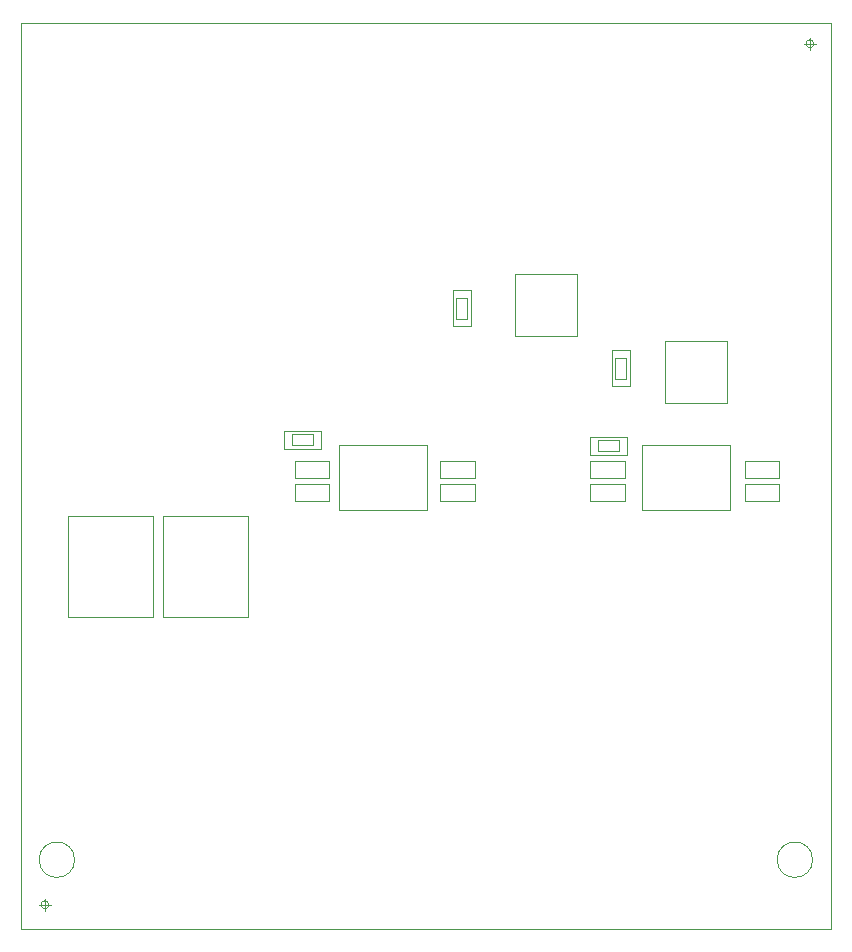
<source format=gbr>
%TF.GenerationSoftware,KiCad,Pcbnew,(5.1.5-0-10_14)*%
%TF.CreationDate,2020-01-10T14:35:19+01:00*%
%TF.ProjectId,adapter_hybrid_assister,61646170-7465-4725-9f68-79627269645f,rev?*%
%TF.SameCoordinates,PX6312cb0PY8accb70*%
%TF.FileFunction,Other,User*%
%FSLAX45Y45*%
G04 Gerber Fmt 4.5, Leading zero omitted, Abs format (unit mm)*
G04 Created by KiCad (PCBNEW (5.1.5-0-10_14)) date 2020-01-10 14:35:19*
%MOMM*%
%LPD*%
G04 APERTURE LIST*
%TA.AperFunction,Profile*%
%ADD10C,0.050000*%
%TD*%
%TA.AperFunction,Profile*%
%ADD11C,0.100000*%
%TD*%
%ADD12C,0.050000*%
%ADD13C,0.001000*%
G04 APERTURE END LIST*
D10*
X6713533Y7493000D02*
G75*
G03X6713533Y7493000I-33333J0D01*
G01*
X6630200Y7493000D02*
X6730200Y7493000D01*
X6680200Y7543000D02*
X6680200Y7443000D01*
X236533Y203200D02*
G75*
G03X236533Y203200I-33333J0D01*
G01*
X153200Y203200D02*
X253200Y203200D01*
X203200Y253200D02*
X203200Y153200D01*
X454800Y584200D02*
G75*
G03X454800Y584200I-150000J0D01*
G01*
X6703200Y584200D02*
G75*
G03X6703200Y584200I-150000J0D01*
G01*
X0Y0D02*
X0Y7670800D01*
X6858000Y7670800D02*
X6858000Y0D01*
D11*
X0Y7670800D02*
X6858000Y7670800D01*
X6858000Y0D02*
X0Y0D01*
D12*
%TO.C,C4*%
X2228800Y4065200D02*
X2228800Y4215200D01*
X2538800Y4065200D02*
X2228800Y4065200D01*
X2538800Y4215200D02*
X2538800Y4065200D01*
X2228800Y4215200D02*
X2538800Y4215200D01*
D13*
X2296300Y4092700D02*
X2296300Y4187700D01*
X2471300Y4092700D02*
X2296300Y4092700D01*
X2471300Y4187700D02*
X2471300Y4092700D01*
X2296300Y4187700D02*
X2471300Y4187700D01*
D12*
%TO.C,C5*%
X4819600Y4014400D02*
X4819600Y4164400D01*
X5129600Y4014400D02*
X4819600Y4014400D01*
X5129600Y4164400D02*
X5129600Y4014400D01*
X4819600Y4164400D02*
X5129600Y4164400D01*
D13*
X4887100Y4041900D02*
X4887100Y4136900D01*
X5062100Y4041900D02*
X4887100Y4041900D01*
X5062100Y4136900D02*
X5062100Y4041900D01*
X4887100Y4136900D02*
X5062100Y4136900D01*
D12*
%TO.C,C7*%
X3658800Y5409000D02*
X3808800Y5409000D01*
X3658800Y5099000D02*
X3658800Y5409000D01*
X3808800Y5099000D02*
X3658800Y5099000D01*
X3808800Y5409000D02*
X3808800Y5099000D01*
D13*
X3686300Y5341500D02*
X3781300Y5341500D01*
X3686300Y5166500D02*
X3686300Y5341500D01*
X3781300Y5166500D02*
X3686300Y5166500D01*
X3781300Y5341500D02*
X3781300Y5166500D01*
D12*
%TO.C,C9*%
X5005000Y4901000D02*
X5155000Y4901000D01*
X5005000Y4591000D02*
X5005000Y4901000D01*
X5155000Y4591000D02*
X5005000Y4591000D01*
X5155000Y4901000D02*
X5155000Y4591000D01*
D13*
X5032500Y4833500D02*
X5127500Y4833500D01*
X5032500Y4658500D02*
X5032500Y4833500D01*
X5127500Y4658500D02*
X5032500Y4658500D01*
X5127500Y4833500D02*
X5127500Y4658500D01*
D12*
%TO.C,U7*%
X4182500Y5020700D02*
X4707500Y5020700D01*
X4182500Y5545700D02*
X4182500Y5020700D01*
X4707500Y5545700D02*
X4182500Y5545700D01*
X4707500Y5020700D02*
X4707500Y5545700D01*
%TO.C,U9*%
X5452500Y4449200D02*
X5977500Y4449200D01*
X5452500Y4974200D02*
X5452500Y4449200D01*
X5977500Y4974200D02*
X5452500Y4974200D01*
X5977500Y4449200D02*
X5977500Y4974200D01*
%TO.C,R41*%
X2613000Y3959200D02*
X2317000Y3959200D01*
X2613000Y3813200D02*
X2613000Y3959200D01*
X2317000Y3813200D02*
X2613000Y3813200D01*
X2317000Y3959200D02*
X2317000Y3813200D01*
%TO.C,R42*%
X3546500Y3813200D02*
X3842500Y3813200D01*
X3546500Y3959200D02*
X3546500Y3813200D01*
X3842500Y3959200D02*
X3546500Y3959200D01*
X3842500Y3813200D02*
X3842500Y3959200D01*
%TO.C,R43*%
X2613000Y3768700D02*
X2317000Y3768700D01*
X2613000Y3622700D02*
X2613000Y3768700D01*
X2317000Y3622700D02*
X2613000Y3622700D01*
X2317000Y3768700D02*
X2317000Y3622700D01*
%TO.C,R44*%
X3546500Y3622700D02*
X3842500Y3622700D01*
X3546500Y3768700D02*
X3546500Y3622700D01*
X3842500Y3768700D02*
X3546500Y3768700D01*
X3842500Y3622700D02*
X3842500Y3768700D01*
%TO.C,R51*%
X5112500Y3959200D02*
X4816500Y3959200D01*
X5112500Y3813200D02*
X5112500Y3959200D01*
X4816500Y3813200D02*
X5112500Y3813200D01*
X4816500Y3959200D02*
X4816500Y3813200D01*
%TO.C,R52*%
X6127000Y3813200D02*
X6423000Y3813200D01*
X6127000Y3959200D02*
X6127000Y3813200D01*
X6423000Y3959200D02*
X6127000Y3959200D01*
X6423000Y3813200D02*
X6423000Y3959200D01*
%TO.C,R53*%
X5112500Y3768700D02*
X4816500Y3768700D01*
X5112500Y3622700D02*
X5112500Y3768700D01*
X4816500Y3622700D02*
X5112500Y3622700D01*
X4816500Y3768700D02*
X4816500Y3622700D01*
%TO.C,R54*%
X6127000Y3622700D02*
X6423000Y3622700D01*
X6127000Y3768700D02*
X6127000Y3622700D01*
X6423000Y3768700D02*
X6127000Y3768700D01*
X6423000Y3622700D02*
X6423000Y3768700D01*
%TO.C,U5*%
X5261900Y4097700D02*
X5261900Y3547700D01*
X6006900Y4097700D02*
X5261900Y4097700D01*
X6006900Y3547700D02*
X6006900Y4097700D01*
X5261900Y3547700D02*
X6006900Y3547700D01*
%TO.C,U4*%
X2692600Y4097700D02*
X2692600Y3547700D01*
X3437600Y4097700D02*
X2692600Y4097700D01*
X3437600Y3547700D02*
X3437600Y4097700D01*
X2692600Y3547700D02*
X3437600Y3547700D01*
%TO.C,U2*%
X1923500Y3490700D02*
X1203500Y3490700D01*
X1923500Y2635700D02*
X1923500Y3490700D01*
X1203500Y2635700D02*
X1923500Y2635700D01*
X1203500Y3490700D02*
X1203500Y2635700D01*
%TO.C,U1*%
X1122000Y3490700D02*
X402000Y3490700D01*
X1122000Y2635700D02*
X1122000Y3490700D01*
X402000Y2635700D02*
X1122000Y2635700D01*
X402000Y3490700D02*
X402000Y2635700D01*
%TD*%
M02*

</source>
